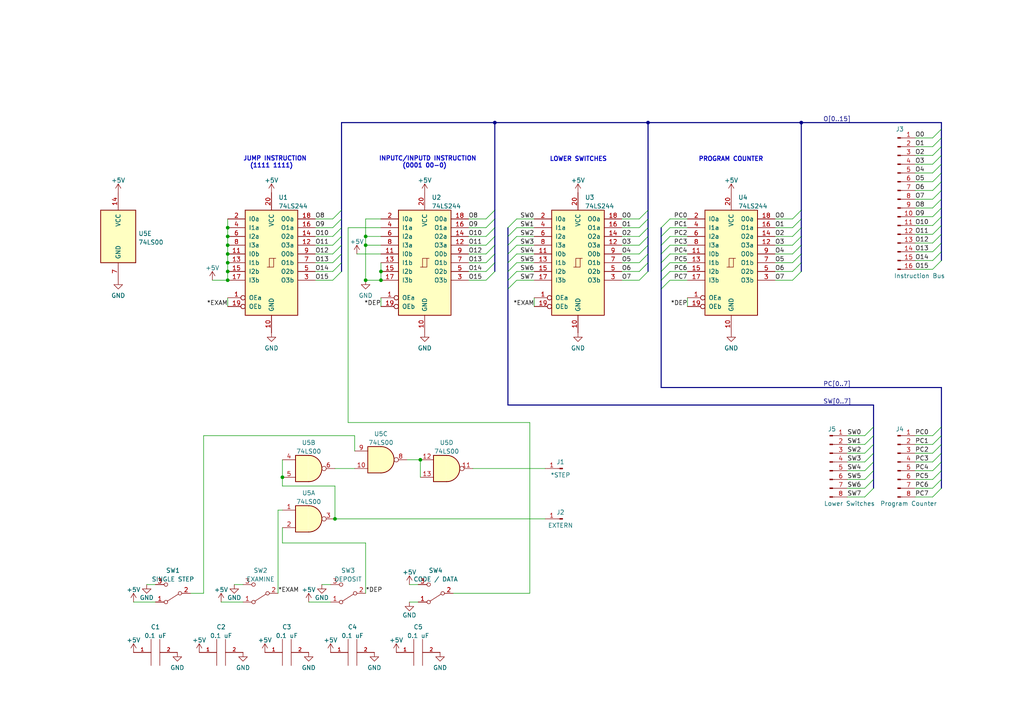
<source format=kicad_sch>
(kicad_sch (version 20211123) (generator eeschema)
  (paper "A4")
  (title_block (title "i281 Debug Interface") (date "2023-10-08") (rev "1") (company "sdmay24-14"))
  (lib_symbols
    (symbol "74xx:74LS00" (pin_names (offset 1.016))
      (property "Reference" "U" (at 0 1.27 0))
      (property "Value" "74LS00" (at 0 -1.27 0))
      (symbol "74LS00_1_1"
        (arc (start 0 -3.81) (mid 3.81 0) (end 0 3.81) (stroke (width 0.254)) (fill (type background)))
        (polyline (pts (xy 0 3.81) (xy -3.81 3.81) (xy -3.81 -3.81) (xy 0 -3.81)) (stroke (width 0.254)) (fill (type background)))
        (pin input line (at -7.62 2.54 0) (length 3.81) (name "~") (number "1"))
        (pin input line (at -7.62 -2.54 0) (length 3.81) (name "~") (number "2"))
        (pin output inverted (at 7.62 0 180) (length 3.81) (name "~") (number "3"))
      )
      (symbol "74LS00_1_2"
        (arc (start -3.81 -3.81) (mid -2.589 0) (end -3.81 3.81) (stroke (width 0.254)))
        (arc (start -0.6096 -3.81) (mid 2.1842 -2.5851) (end 3.81 0) (stroke (width 0.254)) (fill (type background)))
        (polyline (pts (xy -3.81 -3.81) (xy -0.635 -3.81)) (stroke (width 0.254)) (fill (type background)))
        (polyline (pts (xy -3.81 3.81) (xy -0.635 3.81)) (stroke (width 0.254)) (fill (type background)))
        (polyline (pts (xy -0.635 3.81) (xy -3.81 3.81) (xy -3.81 3.81) (xy -3.556 3.4036) (xy -3.0226 2.2606) (xy -2.6924 1.0414) (xy -2.6162 -0.254) (xy -2.7686 -1.4986) (xy -3.175 -2.7178) (xy -3.81 -3.81) (xy -3.81 -3.81) (xy -0.635 -3.81)) (stroke (width -25.4)) (fill (type background)))
        (arc (start 3.81 0) (mid 2.1915 2.5936) (end -0.6096 3.81) (stroke (width 0.254)) (fill (type background)))
        (pin input inverted (at -7.62 2.54 0) (length 4.318) (name "~") (number "1"))
        (pin input inverted (at -7.62 -2.54 0) (length 4.318) (name "~") (number "2"))
        (pin output line (at 7.62 0 180) (length 3.81) (name "~") (number "3"))
      )
      (symbol "74LS00_2_1"
        (arc (start 0 -3.81) (mid 3.81 0) (end 0 3.81) (stroke (width 0.254)) (fill (type background)))
        (polyline (pts (xy 0 3.81) (xy -3.81 3.81) (xy -3.81 -3.81) (xy 0 -3.81)) (stroke (width 0.254)) (fill (type background)))
        (pin input line (at -7.62 2.54 0) (length 3.81) (name "~") (number "4"))
        (pin input line (at -7.62 -2.54 0) (length 3.81) (name "~") (number "5"))
        (pin output inverted (at 7.62 0 180) (length 3.81) (name "~") (number "6"))
      )
      (symbol "74LS00_2_2"
        (arc (start -3.81 -3.81) (mid -2.589 0) (end -3.81 3.81) (stroke (width 0.254)))
        (arc (start -0.6096 -3.81) (mid 2.1842 -2.5851) (end 3.81 0) (stroke (width 0.254)) (fill (type background)))
        (polyline (pts (xy -3.81 -3.81) (xy -0.635 -3.81)) (stroke (width 0.254)) (fill (type background)))
        (polyline (pts (xy -3.81 3.81) (xy -0.635 3.81)) (stroke (width 0.254)) (fill (type background)))
        (polyline (pts (xy -0.635 3.81) (xy -3.81 3.81) (xy -3.81 3.81) (xy -3.556 3.4036) (xy -3.0226 2.2606) (xy -2.6924 1.0414) (xy -2.6162 -0.254) (xy -2.7686 -1.4986) (xy -3.175 -2.7178) (xy -3.81 -3.81) (xy -3.81 -3.81) (xy -0.635 -3.81)) (stroke (width -25.4)) (fill (type background)))
        (arc (start 3.81 0) (mid 2.1915 2.5936) (end -0.6096 3.81) (stroke (width 0.254)) (fill (type background)))
        (pin input inverted (at -7.62 2.54 0) (length 4.318) (name "~") (number "4"))
        (pin input inverted (at -7.62 -2.54 0) (length 4.318) (name "~") (number "5"))
        (pin output line (at 7.62 0 180) (length 3.81) (name "~") (number "6"))
      )
      (symbol "74LS00_3_1"
        (arc (start 0 -3.81) (mid 3.81 0) (end 0 3.81) (stroke (width 0.254)) (fill (type background)))
        (polyline (pts (xy 0 3.81) (xy -3.81 3.81) (xy -3.81 -3.81) (xy 0 -3.81)) (stroke (width 0.254)) (fill (type background)))
        (pin input line (at -7.62 -2.54 0) (length 3.81) (name "~") (number "10"))
        (pin output inverted (at 7.62 0 180) (length 3.81) (name "~") (number "8"))
        (pin input line (at -7.62 2.54 0) (length 3.81) (name "~") (number "9"))
      )
      (symbol "74LS00_3_2"
        (arc (start -3.81 -3.81) (mid -2.589 0) (end -3.81 3.81) (stroke (width 0.254)))
        (arc (start -0.6096 -3.81) (mid 2.1842 -2.5851) (end 3.81 0) (stroke (width 0.254)) (fill (type background)))
        (polyline (pts (xy -3.81 -3.81) (xy -0.635 -3.81)) (stroke (width 0.254)) (fill (type background)))
        (polyline (pts (xy -3.81 3.81) (xy -0.635 3.81)) (stroke (width 0.254)) (fill (type background)))
        (polyline (pts (xy -0.635 3.81) (xy -3.81 3.81) (xy -3.81 3.81) (xy -3.556 3.4036) (xy -3.0226 2.2606) (xy -2.6924 1.0414) (xy -2.6162 -0.254) (xy -2.7686 -1.4986) (xy -3.175 -2.7178) (xy -3.81 -3.81) (xy -3.81 -3.81) (xy -0.635 -3.81)) (stroke (width -25.4)) (fill (type background)))
        (arc (start 3.81 0) (mid 2.1915 2.5936) (end -0.6096 3.81) (stroke (width 0.254)) (fill (type background)))
        (pin input inverted (at -7.62 -2.54 0) (length 4.318) (name "~") (number "10"))
        (pin output line (at 7.62 0 180) (length 3.81) (name "~") (number "8"))
        (pin input inverted (at -7.62 2.54 0) (length 4.318) (name "~") (number "9"))
      )
      (symbol "74LS00_4_1"
        (arc (start 0 -3.81) (mid 3.81 0) (end 0 3.81) (stroke (width 0.254)) (fill (type background)))
        (polyline (pts (xy 0 3.81) (xy -3.81 3.81) (xy -3.81 -3.81) (xy 0 -3.81)) (stroke (width 0.254)) (fill (type background)))
        (pin output inverted (at 7.62 0 180) (length 3.81) (name "~") (number "11"))
        (pin input line (at -7.62 2.54 0) (length 3.81) (name "~") (number "12"))
        (pin input line (at -7.62 -2.54 0) (length 3.81) (name "~") (number "13"))
      )
      (symbol "74LS00_4_2"
        (arc (start -3.81 -3.81) (mid -2.589 0) (end -3.81 3.81) (stroke (width 0.254)))
        (arc (start -0.6096 -3.81) (mid 2.1842 -2.5851) (end 3.81 0) (stroke (width 0.254)) (fill (type background)))
        (polyline (pts (xy -3.81 -3.81) (xy -0.635 -3.81)) (stroke (width 0.254)) (fill (type background)))
        (polyline (pts (xy -3.81 3.81) (xy -0.635 3.81)) (stroke (width 0.254)) (fill (type background)))
        (polyline (pts (xy -0.635 3.81) (xy -3.81 3.81) (xy -3.81 3.81) (xy -3.556 3.4036) (xy -3.0226 2.2606) (xy -2.6924 1.0414) (xy -2.6162 -0.254) (xy -2.7686 -1.4986) (xy -3.175 -2.7178) (xy -3.81 -3.81) (xy -3.81 -3.81) (xy -0.635 -3.81)) (stroke (width -25.4)) (fill (type background)))
        (arc (start 3.81 0) (mid 2.1915 2.5936) (end -0.6096 3.81) (stroke (width 0.254)) (fill (type background)))
        (pin output line (at 7.62 0 180) (length 3.81) (name "~") (number "11"))
        (pin input inverted (at -7.62 2.54 0) (length 4.318) (name "~") (number "12"))
        (pin input inverted (at -7.62 -2.54 0) (length 4.318) (name "~") (number "13"))
      )
      (symbol "74LS00_5_0"
        (pin power_in line (at 0 12.7 270) (length 5.08) (name "VCC") (number "14"))
        (pin power_in line (at 0 -12.7 90) (length 5.08) (name "GND") (number "7"))
      )
      (symbol "74LS00_5_1"
        (rectangle (start -5.08 7.62) (end 5.08 -7.62) (stroke (width 0.254)) (fill (type background)))
      )
    )
    (symbol "74xx:74LS244" (pin_names (offset 1.016))
      (property "Reference" "U" (at -7.62 16.51 0))
      (property "Value" "74LS244" (at -7.62 -16.51 0))
      (symbol "74LS244_1_0"
        (polyline (pts (xy -0.635 -1.27) (xy -0.635 1.27) (xy 0.635 1.27)))
        (polyline (pts (xy -1.27 -1.27) (xy 0.635 -1.27) (xy 0.635 1.27) (xy 1.27 1.27)))
        (pin input inverted (at -12.7 -10.16 0) (length 5.08) (name "OEa") (number "1"))
        (pin power_in line (at 0 -20.32 90) (length 5.08) (name "GND") (number "10"))
        (pin input line (at -12.7 2.54 0) (length 5.08) (name "I0b") (number "11"))
        (pin tri_state line (at 12.7 5.08 180) (length 5.08) (name "O3a") (number "12"))
        (pin input line (at -12.7 0 0) (length 5.08) (name "I1b") (number "13"))
        (pin tri_state line (at 12.7 7.62 180) (length 5.08) (name "O2a") (number "14"))
        (pin input line (at -12.7 -2.54 0) (length 5.08) (name "I2b") (number "15"))
        (pin tri_state line (at 12.7 10.16 180) (length 5.08) (name "O1a") (number "16"))
        (pin input line (at -12.7 -5.08 0) (length 5.08) (name "I3b") (number "17"))
        (pin tri_state line (at 12.7 12.7 180) (length 5.08) (name "O0a") (number "18"))
        (pin input inverted (at -12.7 -12.7 0) (length 5.08) (name "OEb") (number "19"))
        (pin input line (at -12.7 12.7 0) (length 5.08) (name "I0a") (number "2"))
        (pin power_in line (at 0 20.32 270) (length 5.08) (name "VCC") (number "20"))
        (pin tri_state line (at 12.7 -5.08 180) (length 5.08) (name "O3b") (number "3"))
        (pin input line (at -12.7 10.16 0) (length 5.08) (name "I1a") (number "4"))
        (pin tri_state line (at 12.7 -2.54 180) (length 5.08) (name "O2b") (number "5"))
        (pin input line (at -12.7 7.62 0) (length 5.08) (name "I2a") (number "6"))
        (pin tri_state line (at 12.7 0 180) (length 5.08) (name "O1b") (number "7"))
        (pin input line (at -12.7 5.08 0) (length 5.08) (name "I3a") (number "8"))
        (pin tri_state line (at 12.7 2.54 180) (length 5.08) (name "O0b") (number "9"))
      )
      (symbol "74LS244_1_1"
        (rectangle (start -7.62 15.24) (end 7.62 -15.24) (stroke (width 0.254)) (fill (type background)))
      )
    )
    (symbol "Connector:Conn_01x01_Male" (pin_names (offset 1.016) hide)
      (property "Reference" "J" (at 0 2.54 0))
      (property "Value" "Conn_01x01_Male" (at 0 -2.54 0))
      (symbol "Conn_01x01_Male_1_1"
        (polyline (pts (xy 1.27 0) (xy 0.8636 0)) (stroke (width 0.1524)))
        (rectangle (start 0.8636 0.127) (end 0 -0.127) (stroke (width 0.1524)) (fill (type outline)))
        (pin passive line (at 5.08 0 180) (length 3.81) (name "Pin_1") (number "1"))
      )
    )
    (symbol "Connector:Conn_01x08_Male" (pin_names (offset 1.016) hide)
      (property "Reference" "J" (at 0 10.16 0))
      (property "Value" "Conn_01x08_Male" (at 0 -12.7 0))
      (symbol "Conn_01x08_Male_1_1"
        (polyline (pts (xy 1.27 -10.16) (xy 0.8636 -10.16)) (stroke (width 0.1524)))
        (polyline (pts (xy 1.27 -7.62) (xy 0.8636 -7.62)) (stroke (width 0.1524)))
        (polyline (pts (xy 1.27 -5.08) (xy 0.8636 -5.08)) (stroke (width 0.1524)))
        (polyline (pts (xy 1.27 -2.54) (xy 0.8636 -2.54)) (stroke (width 0.1524)))
        (polyline (pts (xy 1.27 0) (xy 0.8636 0)) (stroke (width 0.1524)))
        (polyline (pts (xy 1.27 2.54) (xy 0.8636 2.54)) (stroke (width 0.1524)))
        (polyline (pts (xy 1.27 5.08) (xy 0.8636 5.08)) (stroke (width 0.1524)))
        (polyline (pts (xy 1.27 7.62) (xy 0.8636 7.62)) (stroke (width 0.1524)))
        (rectangle (start 0.8636 -10.033) (end 0 -10.287) (stroke (width 0.1524)) (fill (type outline)))
        (rectangle (start 0.8636 -7.493) (end 0 -7.747) (stroke (width 0.1524)) (fill (type outline)))
        (rectangle (start 0.8636 -4.953) (end 0 -5.207) (stroke (width 0.1524)) (fill (type outline)))
        (rectangle (start 0.8636 -2.413) (end 0 -2.667) (stroke (width 0.1524)) (fill (type outline)))
        (rectangle (start 0.8636 0.127) (end 0 -0.127) (stroke (width 0.1524)) (fill (type outline)))
        (rectangle (start 0.8636 2.667) (end 0 2.413) (stroke (width 0.1524)) (fill (type outline)))
        (rectangle (start 0.8636 5.207) (end 0 4.953) (stroke (width 0.1524)) (fill (type outline)))
        (rectangle (start 0.8636 7.747) (end 0 7.493) (stroke (width 0.1524)) (fill (type outline)))
        (pin passive line (at 5.08 7.62 180) (length 3.81) (name "Pin_1") (number "1"))
        (pin passive line (at 5.08 5.08 180) (length 3.81) (name "Pin_2") (number "2"))
        (pin passive line (at 5.08 2.54 180) (length 3.81) (name "Pin_3") (number "3"))
        (pin passive line (at 5.08 0 180) (length 3.81) (name "Pin_4") (number "4"))
        (pin passive line (at 5.08 -2.54 180) (length 3.81) (name "Pin_5") (number "5"))
        (pin passive line (at 5.08 -5.08 180) (length 3.81) (name "Pin_6") (number "6"))
        (pin passive line (at 5.08 -7.62 180) (length 3.81) (name "Pin_7") (number "7"))
        (pin passive line (at 5.08 -10.16 180) (length 3.81) (name "Pin_8") (number "8"))
      )
    )
    (symbol "Connector:Conn_01x16_Male" (pin_names (offset 1.016) hide)
      (property "Reference" "J" (at 0 20.32 0))
      (property "Value" "Conn_01x16_Male" (at 0 -22.86 0))
      (symbol "Conn_01x16_Male_1_1"
        (polyline (pts (xy 1.27 -20.32) (xy 0.8636 -20.32)) (stroke (width 0.1524)))
        (polyline (pts (xy 1.27 -17.78) (xy 0.8636 -17.78)) (stroke (width 0.1524)))
        (polyline (pts (xy 1.27 -15.24) (xy 0.8636 -15.24)) (stroke (width 0.1524)))
        (polyline (pts (xy 1.27 -12.7) (xy 0.8636 -12.7)) (stroke (width 0.1524)))
        (polyline (pts (xy 1.27 -10.16) (xy 0.8636 -10.16)) (stroke (width 0.1524)))
        (polyline (pts (xy 1.27 -7.62) (xy 0.8636 -7.62)) (stroke (width 0.1524)))
        (polyline (pts (xy 1.27 -5.08) (xy 0.8636 -5.08)) (stroke (width 0.1524)))
        (polyline (pts (xy 1.27 -2.54) (xy 0.8636 -2.54)) (stroke (width 0.1524)))
        (polyline (pts (xy 1.27 0) (xy 0.8636 0)) (stroke (width 0.1524)))
        (polyline (pts (xy 1.27 2.54) (xy 0.8636 2.54)) (stroke (width 0.1524)))
        (polyline (pts (xy 1.27 5.08) (xy 0.8636 5.08)) (stroke (width 0.1524)))
        (polyline (pts (xy 1.27 7.62) (xy 0.8636 7.62)) (stroke (width 0.1524)))
        (polyline (pts (xy 1.27 10.16) (xy 0.8636 10.16)) (stroke (width 0.1524)))
        (polyline (pts (xy 1.27 12.7) (xy 0.8636 12.7)) (stroke (width 0.1524)))
        (polyline (pts (xy 1.27 15.24) (xy 0.8636 15.24)) (stroke (width 0.1524)))
        (polyline (pts (xy 1.27 17.78) (xy 0.8636 17.78)) (stroke (width 0.1524)))
        (rectangle (start 0.8636 -20.193) (end 0 -20.447) (stroke (width 0.1524)) (fill (type outline)))
        (rectangle (start 0.8636 -17.653) (end 0 -17.907) (stroke (width 0.1524)) (fill (type outline)))
        (rectangle (start 0.8636 -15.113) (end 0 -15.367) (stroke (width 0.1524)) (fill (type outline)))
        (rectangle (start 0.8636 -12.573) (end 0 -12.827) (stroke (width 0.1524)) (fill (type outline)))
        (rectangle (start 0.8636 -10.033) (end 0 -10.287) (stroke (width 0.1524)) (fill (type outline)))
        (rectangle (start 0.8636 -7.493) (end 0 -7.747) (stroke (width 0.1524)) (fill (type outline)))
        (rectangle (start 0.8636 -4.953) (end 0 -5.207) (stroke (width 0.1524)) (fill (type outline)))
        (rectangle (start 0.8636 -2.413) (end 0 -2.667) (stroke (width 0.1524)) (fill (type outline)))
        (rectangle (start 0.8636 0.127) (end 0 -0.127) (stroke (width 0.1524)) (fill (type outline)))
        (rectangle (start 0.8636 2.667) (end 0 2.413) (stroke (width 0.1524)) (fill (type outline)))
        (rectangle (start 0.8636 5.207) (end 0 4.953) (stroke (width 0.1524)) (fill (type outline)))
        (rectangle (start 0.8636 7.747) (end 0 7.493) (stroke (width 0.1524)) (fill (type outline)))
        (rectangle (start 0.8636 10.287) (end 0 10.033) (stroke (width 0.1524)) (fill (type outline)))
        (rectangle (start 0.8636 12.827) (end 0 12.573) (stroke (width 0.1524)) (fill (type outline)))
        (rectangle (start 0.8636 15.367) (end 0 15.113) (stroke (width 0.1524)) (fill (type outline)))
        (rectangle (start 0.8636 17.907) (end 0 17.653) (stroke (width 0.1524)) (fill (type outline)))
        (pin passive line (at 5.08 17.78 180) (length 3.81) (name "Pin_1") (number "1"))
        (pin passive line (at 5.08 -5.08 180) (length 3.81) (name "Pin_10") (number "10"))
        (pin passive line (at 5.08 -7.62 180) (length 3.81) (name "Pin_11") (number "11"))
        (pin passive line (at 5.08 -10.16 180) (length 3.81) (name "Pin_12") (number "12"))
        (pin passive line (at 5.08 -12.7 180) (length 3.81) (name "Pin_13") (number "13"))
        (pin passive line (at 5.08 -15.24 180) (length 3.81) (name "Pin_14") (number "14"))
        (pin passive line (at 5.08 -17.78 180) (length 3.81) (name "Pin_15") (number "15"))
        (pin passive line (at 5.08 -20.32 180) (length 3.81) (name "Pin_16") (number "16"))
        (pin passive line (at 5.08 15.24 180) (length 3.81) (name "Pin_2") (number "2"))
        (pin passive line (at 5.08 12.7 180) (length 3.81) (name "Pin_3") (number "3"))
        (pin passive line (at 5.08 10.16 180) (length 3.81) (name "Pin_4") (number "4"))
        (pin passive line (at 5.08 7.62 180) (length 3.81) (name "Pin_5") (number "5"))
        (pin passive line (at 5.08 5.08 180) (length 3.81) (name "Pin_6") (number "6"))
        (pin passive line (at 5.08 2.54 180) (length 3.81) (name "Pin_7") (number "7"))
        (pin passive line (at 5.08 0 180) (length 3.81) (name "Pin_8") (number "8"))
        (pin passive line (at 5.08 -2.54 180) (length 3.81) (name "Pin_9") (number "9"))
      )
    )
    (symbol "Switch:SW_SPDT" (pin_names (offset 0) hide)
      (property "Reference" "SW" (at 0 4.318 0))
      (property "Value" "SW_SPDT" (at 0 -5.08 0))
      (symbol "SW_SPDT_0_0"
        (circle (center -2.032 0) (radius 0.508))
        (circle (center 2.032 -2.54) (radius 0.508))
      )
      (symbol "SW_SPDT_0_1"
        (polyline (pts (xy -1.524 0.254) (xy 1.651 2.286)))
        (circle (center 2.032 2.54) (radius 0.508))
      )
      (symbol "SW_SPDT_1_1"
        (pin passive line (at 5.08 2.54 180) (length 2.54) (name "A") (number "1"))
        (pin passive line (at -5.08 0 0) (length 2.54) (name "B") (number "2"))
        (pin passive line (at 5.08 -2.54 180) (length 2.54) (name "C") (number "3"))
      )
    )
    (symbol "power:+5V" (power) (pin_names (offset 0))
      (property "Value" "+5V" (at 0 3.556 0))
      (symbol "+5V_0_1"
        (polyline (pts (xy -0.762 1.27) (xy 0 2.54)))
        (polyline (pts (xy 0 0) (xy 0 2.54)))
        (polyline (pts (xy 0 2.54) (xy 0.762 1.27)))
      )
      (symbol "+5V_1_1"
        (pin power_in line (at 0 0 90) (length 0) hide (name "+5V") (number "1"))
      )
    )
    (symbol "power:GND" (power) (pin_names (offset 0))
      (property "Value" "GND" (at 0 -3.81 0))
      (symbol "GND_0_1"
        (polyline (pts (xy 0 0) (xy 0 -1.27) (xy 1.27 -1.27) (xy 0 -2.54) (xy -1.27 -1.27) (xy 0 -1.27)))
      )
      (symbol "GND_1_1"
        (pin power_in line (at 0 0 270) (length 0) hide (name "GND") (number "1"))
      )
    )
    (symbol "pspice:C" (pin_names (offset 0.254))
      (property "Reference" "C" (at 2.54 3.81 90))
      (property "Value" "C" (at 2.54 -3.81 90))
      (symbol "C_0_1"
        (polyline (pts (xy -3.81 -1.27) (xy 3.81 -1.27)))
        (polyline (pts (xy -3.81 1.27) (xy 3.81 1.27)))
      )
      (symbol "C_1_1"
        (pin passive line (at 0 6.35 270) (length 5.08) (name "~") (number "1"))
        (pin passive line (at 0 -6.35 90) (length 5.08) (name "~") (number "2"))
      )
    )
  )
  (junction (at 66.04 76.2))
  (junction (at 66.04 73.66))
  (junction (at 106.045 81.28))
  (junction (at 110.49 81.28))
  (junction (at 232.41 35.56))
  (junction (at 66.04 78.74))
  (junction (at 66.04 66.04))
  (junction (at 143.51 35.56))
  (junction (at 66.04 68.58))
  (junction (at 187.96 35.56))
  (junction (at 121.92 133.35))
  (junction (at 66.04 71.12))
  (junction (at 106.045 71.12))
  (junction (at 66.04 81.28))
  (junction (at 97.155 150.495))
  (junction (at 110.49 78.74))
  (junction (at 106.045 68.58))
  (junction (at 81.915 138.43))
  (bus_entry (at 273.05 141.605) (size -2.54 2.54))
  (bus_entry (at 273.05 57.785) (size -2.54 2.54))
  (bus_entry (at 273.05 128.905) (size -2.54 2.54))
  (bus_entry (at 253.365 139.065) (size -2.54 2.54))
  (bus_entry (at 99.06 66.04) (size -2.54 2.54))
  (bus_entry (at 232.41 73.66) (size -2.54 2.54))
  (bus_entry (at 273.05 73.025) (size -2.54 2.54))
  (bus_entry (at 147.32 81.28) (size 2.54 -2.54))
  (bus_entry (at 143.51 71.12) (size -2.54 2.54))
  (bus_entry (at 99.06 73.66) (size -2.54 2.54))
  (bus_entry (at 187.96 66.04) (size -2.54 2.54))
  (bus_entry (at 191.77 66.04) (size 2.54 -2.54))
  (bus_entry (at 232.41 63.5) (size -2.54 2.54))
  (bus_entry (at 187.96 76.2) (size -2.54 2.54))
  (bus_entry (at 253.365 136.525) (size -2.54 2.54))
  (bus_entry (at 273.05 47.625) (size -2.54 2.54))
  (bus_entry (at 232.41 68.58) (size -2.54 2.54))
  (bus_entry (at 273.05 123.825) (size -2.54 2.54))
  (bus_entry (at 187.96 63.5) (size -2.54 2.54))
  (bus_entry (at 143.51 63.5) (size -2.54 2.54))
  (bus_entry (at 191.77 81.28) (size 2.54 -2.54))
  (bus_entry (at 253.365 141.605) (size -2.54 2.54))
  (bus_entry (at 253.365 131.445) (size -2.54 2.54))
  (bus_entry (at 99.06 68.58) (size -2.54 2.54))
  (bus_entry (at 253.365 128.905) (size -2.54 2.54))
  (bus_entry (at 147.32 76.2) (size 2.54 -2.54))
  (bus_entry (at 143.51 76.2) (size -2.54 2.54))
  (bus_entry (at 273.05 133.985) (size -2.54 2.54))
  (bus_entry (at 273.05 70.485) (size -2.54 2.54))
  (bus_entry (at 273.05 131.445) (size -2.54 2.54))
  (bus_entry (at 253.365 123.825) (size -2.54 2.54))
  (bus_entry (at 273.05 65.405) (size -2.54 2.54))
  (bus_entry (at 187.96 71.12) (size -2.54 2.54))
  (bus_entry (at 191.77 68.58) (size 2.54 -2.54))
  (bus_entry (at 273.05 75.565) (size -2.54 2.54))
  (bus_entry (at 99.06 76.2) (size -2.54 2.54))
  (bus_entry (at 147.32 66.04) (size 2.54 -2.54))
  (bus_entry (at 191.77 78.74) (size 2.54 -2.54))
  (bus_entry (at 273.05 50.165) (size -2.54 2.54))
  (bus_entry (at 143.51 66.04) (size -2.54 2.54))
  (bus_entry (at 147.32 78.74) (size 2.54 -2.54))
  (bus_entry (at 253.365 126.365) (size -2.54 2.54))
  (bus_entry (at 273.05 139.065) (size -2.54 2.54))
  (bus_entry (at 187.96 68.58) (size -2.54 2.54))
  (bus_entry (at 273.05 126.365) (size -2.54 2.54))
  (bus_entry (at 191.77 76.2) (size 2.54 -2.54))
  (bus_entry (at 187.96 78.74) (size -2.54 2.54))
  (bus_entry (at 232.41 71.12) (size -2.54 2.54))
  (bus_entry (at 147.32 83.82) (size 2.54 -2.54))
  (bus_entry (at 187.96 73.66) (size -2.54 2.54))
  (bus_entry (at 273.05 42.545) (size -2.54 2.54))
  (bus_entry (at 273.05 40.005) (size -2.54 2.54))
  (bus_entry (at 191.77 73.66) (size 2.54 -2.54))
  (bus_entry (at 147.32 71.12) (size 2.54 -2.54))
  (bus_entry (at 273.05 60.325) (size -2.54 2.54))
  (bus_entry (at 273.05 37.465) (size -2.54 2.54))
  (bus_entry (at 99.06 71.12) (size -2.54 2.54))
  (bus_entry (at 143.51 68.58) (size -2.54 2.54))
  (bus_entry (at 143.51 73.66) (size -2.54 2.54))
  (bus_entry (at 99.06 60.96) (size -2.54 2.54))
  (bus_entry (at 147.32 68.58) (size 2.54 -2.54))
  (bus_entry (at 273.05 67.945) (size -2.54 2.54))
  (bus_entry (at 99.06 78.74) (size -2.54 2.54))
  (bus_entry (at 232.41 76.2) (size -2.54 2.54))
  (bus_entry (at 273.05 55.245) (size -2.54 2.54))
  (bus_entry (at 147.32 73.66) (size 2.54 -2.54))
  (bus_entry (at 187.96 60.96) (size -2.54 2.54))
  (bus_entry (at 143.51 78.74) (size -2.54 2.54))
  (bus_entry (at 273.05 52.705) (size -2.54 2.54))
  (bus_entry (at 232.41 78.74) (size -2.54 2.54))
  (bus_entry (at 232.41 66.04) (size -2.54 2.54))
  (bus_entry (at 99.06 63.5) (size -2.54 2.54))
  (bus_entry (at 143.51 60.96) (size -2.54 2.54))
  (bus_entry (at 273.05 62.865) (size -2.54 2.54))
  (bus_entry (at 253.365 133.985) (size -2.54 2.54))
  (bus_entry (at 273.05 136.525) (size -2.54 2.54))
  (bus_entry (at 232.41 60.96) (size -2.54 2.54))
  (bus_entry (at 191.77 83.82) (size 2.54 -2.54))
  (bus_entry (at 191.77 71.12) (size 2.54 -2.54))
  (bus_entry (at 273.05 45.085) (size -2.54 2.54))
  (wire (pts (xy 106.045 63.5) (xy 106.045 68.58)))
  (bus (pts (xy 99.06 60.96) (xy 99.06 35.56)))
  (bus (pts (xy 191.77 71.12) (xy 191.77 73.66)))
  (wire (pts (xy 121.92 133.35) (xy 121.92 138.43)))
  (bus (pts (xy 253.365 123.825) (xy 253.365 126.365)))
  (bus (pts (xy 273.05 37.465) (xy 273.05 40.005)))
  (wire (pts (xy 64.135 174.625) (xy 70.485 174.625)))
  (bus (pts (xy 99.06 76.2) (xy 99.06 73.66)))
  (wire (pts (xy 81.915 157.48) (xy 81.915 153.035)))
  (wire (pts (xy 180.34 68.58) (xy 185.42 68.58)))
  (bus (pts (xy 147.32 81.28) (xy 147.32 83.82)))
  (wire (pts (xy 265.43 40.005) (xy 270.51 40.005)))
  (wire (pts (xy 224.79 68.58) (xy 229.87 68.58)))
  (bus (pts (xy 232.41 63.5) (xy 232.41 66.04)))
  (bus (pts (xy 191.77 73.66) (xy 191.77 76.2)))
  (wire (pts (xy 91.44 73.66) (xy 96.52 73.66)))
  (wire (pts (xy 93.345 169.545) (xy 95.885 169.545)))
  (bus (pts (xy 273.05 57.785) (xy 273.05 60.325)))
  (wire (pts (xy 149.86 71.12) (xy 154.94 71.12)))
  (wire (pts (xy 106.045 172.085) (xy 106.045 157.48)))
  (wire (pts (xy 67.945 169.545) (xy 70.485 169.545)))
  (wire (pts (xy 135.89 76.2) (xy 140.97 76.2)))
  (wire (pts (xy 91.44 63.5) (xy 96.52 63.5)))
  (wire (pts (xy 118.745 169.545) (xy 121.285 169.545)))
  (bus (pts (xy 232.41 35.56) (xy 273.05 35.56)))
  (bus (pts (xy 253.365 133.985) (xy 253.365 136.525)))
  (wire (pts (xy 106.045 71.12) (xy 106.045 81.28)))
  (bus (pts (xy 187.96 60.96) (xy 187.96 63.5)))
  (bus (pts (xy 191.77 81.28) (xy 191.77 83.82)))
  (wire (pts (xy 59.055 172.085) (xy 59.055 126.365)))
  (wire (pts (xy 66.04 73.66) (xy 66.04 76.2)))
  (wire (pts (xy 180.34 63.5) (xy 185.42 63.5)))
  (wire (pts (xy 89.535 174.625) (xy 95.885 174.625)))
  (wire (pts (xy 245.745 133.985) (xy 250.825 133.985)))
  (wire (pts (xy 245.745 131.445) (xy 250.825 131.445)))
  (wire (pts (xy 91.44 71.12) (xy 96.52 71.12)))
  (wire (pts (xy 194.31 76.2) (xy 199.39 76.2)))
  (bus (pts (xy 232.41 68.58) (xy 232.41 71.12)))
  (wire (pts (xy 265.43 78.105) (xy 270.51 78.105)))
  (bus (pts (xy 273.05 128.905) (xy 273.05 131.445)))
  (bus (pts (xy 253.365 131.445) (xy 253.365 133.985)))
  (bus (pts (xy 191.77 112.395) (xy 273.05 112.395)))
  (wire (pts (xy 81.915 133.35) (xy 81.915 138.43)))
  (bus (pts (xy 253.365 128.905) (xy 253.365 131.445)))
  (wire (pts (xy 154.94 86.36) (xy 154.94 88.9)))
  (wire (pts (xy 91.44 81.28) (xy 96.52 81.28)))
  (wire (pts (xy 61.595 81.28) (xy 66.04 81.28)))
  (bus (pts (xy 99.06 63.5) (xy 99.06 60.96)))
  (bus (pts (xy 273.05 55.245) (xy 273.05 57.785)))
  (wire (pts (xy 265.43 65.405) (xy 270.51 65.405)))
  (bus (pts (xy 143.51 78.74) (xy 143.51 76.2)))
  (bus (pts (xy 253.365 139.065) (xy 253.365 141.605)))
  (wire (pts (xy 106.045 68.58) (xy 106.045 71.12)))
  (wire (pts (xy 153.67 172.085) (xy 153.67 122.555)))
  (wire (pts (xy 245.745 144.145) (xy 250.825 144.145)))
  (wire (pts (xy 149.86 63.5) (xy 154.94 63.5)))
  (wire (pts (xy 110.49 86.36) (xy 110.49 88.9)))
  (wire (pts (xy 265.43 75.565) (xy 270.51 75.565)))
  (bus (pts (xy 191.77 83.82) (xy 191.77 112.395)))
  (wire (pts (xy 135.89 81.28) (xy 140.97 81.28)))
  (wire (pts (xy 265.43 141.605) (xy 270.51 141.605)))
  (bus (pts (xy 187.96 68.58) (xy 187.96 71.12)))
  (wire (pts (xy 110.49 66.04) (xy 100.965 66.04)))
  (wire (pts (xy 66.04 78.74) (xy 66.04 81.28)))
  (bus (pts (xy 273.05 40.005) (xy 273.05 42.545)))
  (bus (pts (xy 143.51 76.2) (xy 143.51 73.66)))
  (wire (pts (xy 137.16 135.89) (xy 158.115 135.89)))
  (bus (pts (xy 273.05 62.865) (xy 273.05 65.405)))
  (bus (pts (xy 273.05 65.405) (xy 273.05 67.945)))
  (bus (pts (xy 99.06 71.12) (xy 99.06 68.58)))
  (wire (pts (xy 194.31 63.5) (xy 199.39 63.5)))
  (wire (pts (xy 110.49 76.2) (xy 110.49 78.74)))
  (bus (pts (xy 187.96 35.56) (xy 187.96 60.96)))
  (bus (pts (xy 187.96 66.04) (xy 187.96 68.58)))
  (wire (pts (xy 265.43 139.065) (xy 270.51 139.065)))
  (bus (pts (xy 273.05 131.445) (xy 273.05 133.985)))
  (wire (pts (xy 245.745 139.065) (xy 250.825 139.065)))
  (bus (pts (xy 147.32 76.2) (xy 147.32 78.74)))
  (wire (pts (xy 180.34 76.2) (xy 185.42 76.2)))
  (wire (pts (xy 66.04 86.36) (xy 66.04 88.9)))
  (wire (pts (xy 100.965 66.04) (xy 100.965 122.555)))
  (bus (pts (xy 232.41 76.2) (xy 232.41 78.74)))
  (bus (pts (xy 147.32 73.66) (xy 147.32 76.2)))
  (wire (pts (xy 194.31 78.74) (xy 199.39 78.74)))
  (wire (pts (xy 66.04 71.12) (xy 66.04 73.66)))
  (bus (pts (xy 253.365 136.525) (xy 253.365 139.065)))
  (bus (pts (xy 187.96 71.12) (xy 187.96 73.66)))
  (wire (pts (xy 224.79 63.5) (xy 229.87 63.5)))
  (bus (pts (xy 99.06 73.66) (xy 99.06 71.12)))
  (bus (pts (xy 99.06 35.56) (xy 143.51 35.56)))
  (wire (pts (xy 265.43 131.445) (xy 270.51 131.445)))
  (bus (pts (xy 187.96 35.56) (xy 232.41 35.56)))
  (wire (pts (xy 265.43 50.165) (xy 270.51 50.165)))
  (wire (pts (xy 180.34 78.74) (xy 185.42 78.74)))
  (wire (pts (xy 42.545 169.545) (xy 45.085 169.545)))
  (wire (pts (xy 118.745 174.625) (xy 121.285 174.625)))
  (wire (pts (xy 265.43 62.865) (xy 270.51 62.865)))
  (bus (pts (xy 191.77 78.74) (xy 191.77 81.28)))
  (wire (pts (xy 194.31 68.58) (xy 199.39 68.58)))
  (wire (pts (xy 245.745 141.605) (xy 250.825 141.605)))
  (bus (pts (xy 273.05 133.985) (xy 273.05 136.525)))
  (wire (pts (xy 224.79 76.2) (xy 229.87 76.2)))
  (bus (pts (xy 273.05 52.705) (xy 273.05 55.245)))
  (wire (pts (xy 38.735 174.625) (xy 45.085 174.625)))
  (wire (pts (xy 59.055 126.365) (xy 102.87 126.365)))
  (bus (pts (xy 99.06 78.74) (xy 99.06 76.2)))
  (bus (pts (xy 187.96 73.66) (xy 187.96 76.2)))
  (wire (pts (xy 265.43 45.085) (xy 270.51 45.085)))
  (bus (pts (xy 273.05 35.56) (xy 273.05 37.465)))
  (wire (pts (xy 224.79 73.66) (xy 229.87 73.66)))
  (bus (pts (xy 143.51 68.58) (xy 143.51 66.04)))
  (wire (pts (xy 135.89 71.12) (xy 140.97 71.12)))
  (bus (pts (xy 143.51 35.56) (xy 143.51 60.96)))
  (bus (pts (xy 273.05 123.825) (xy 273.05 126.365)))
  (wire (pts (xy 265.43 67.945) (xy 270.51 67.945)))
  (wire (pts (xy 194.31 73.66) (xy 199.39 73.66)))
  (bus (pts (xy 187.96 63.5) (xy 187.96 66.04)))
  (wire (pts (xy 97.155 135.89) (xy 102.87 135.89)))
  (bus (pts (xy 273.05 112.395) (xy 273.05 123.825)))
  (wire (pts (xy 118.11 133.35) (xy 121.92 133.35)))
  (wire (pts (xy 265.43 133.985) (xy 270.51 133.985)))
  (bus (pts (xy 273.05 47.625) (xy 273.05 50.165)))
  (bus (pts (xy 147.32 71.12) (xy 147.32 73.66)))
  (wire (pts (xy 135.89 63.5) (xy 140.97 63.5)))
  (bus (pts (xy 147.32 117.475) (xy 253.365 117.475)))
  (wire (pts (xy 91.44 76.2) (xy 96.52 76.2)))
  (bus (pts (xy 147.32 68.58) (xy 147.32 71.12)))
  (wire (pts (xy 91.44 68.58) (xy 96.52 68.58)))
  (wire (pts (xy 180.34 71.12) (xy 185.42 71.12)))
  (wire (pts (xy 80.645 172.085) (xy 80.645 147.955)))
  (bus (pts (xy 191.77 68.58) (xy 191.77 71.12)))
  (bus (pts (xy 232.41 66.04) (xy 232.41 68.58)))
  (wire (pts (xy 194.31 81.28) (xy 199.39 81.28)))
  (wire (pts (xy 55.245 172.085) (xy 59.055 172.085)))
  (wire (pts (xy 106.045 68.58) (xy 110.49 68.58)))
  (wire (pts (xy 149.86 81.28) (xy 154.94 81.28)))
  (wire (pts (xy 265.43 57.785) (xy 270.51 57.785)))
  (wire (pts (xy 245.745 126.365) (xy 250.825 126.365)))
  (wire (pts (xy 91.44 78.74) (xy 96.52 78.74)))
  (bus (pts (xy 187.96 76.2) (xy 187.96 78.74)))
  (wire (pts (xy 66.04 76.2) (xy 66.04 78.74)))
  (wire (pts (xy 224.79 81.28) (xy 229.87 81.28)))
  (bus (pts (xy 273.05 50.165) (xy 273.05 52.705)))
  (bus (pts (xy 253.365 117.475) (xy 253.365 123.825)))
  (wire (pts (xy 153.67 122.555) (xy 100.965 122.555)))
  (wire (pts (xy 265.43 70.485) (xy 270.51 70.485)))
  (wire (pts (xy 149.86 76.2) (xy 154.94 76.2)))
  (wire (pts (xy 180.34 81.28) (xy 185.42 81.28)))
  (bus (pts (xy 232.41 60.96) (xy 232.41 63.5)))
  (wire (pts (xy 265.43 144.145) (xy 270.51 144.145)))
  (wire (pts (xy 81.915 140.97) (xy 97.155 140.97)))
  (wire (pts (xy 135.89 78.74) (xy 140.97 78.74)))
  (wire (pts (xy 194.31 71.12) (xy 199.39 71.12)))
  (bus (pts (xy 232.41 73.66) (xy 232.41 76.2)))
  (wire (pts (xy 110.49 63.5) (xy 106.045 63.5)))
  (wire (pts (xy 131.445 172.085) (xy 153.67 172.085)))
  (bus (pts (xy 232.41 35.56) (xy 232.41 60.96)))
  (wire (pts (xy 106.045 71.12) (xy 110.49 71.12)))
  (wire (pts (xy 135.89 68.58) (xy 140.97 68.58)))
  (wire (pts (xy 66.04 66.04) (xy 66.04 68.58)))
  (wire (pts (xy 245.745 136.525) (xy 250.825 136.525)))
  (bus (pts (xy 99.06 68.58) (xy 99.06 66.04)))
  (wire (pts (xy 265.43 52.705) (xy 270.51 52.705)))
  (wire (pts (xy 80.645 147.955) (xy 81.915 147.955)))
  (bus (pts (xy 143.51 63.5) (xy 143.51 60.96)))
  (bus (pts (xy 273.05 126.365) (xy 273.05 128.905)))
  (bus (pts (xy 147.32 78.74) (xy 147.32 81.28)))
  (bus (pts (xy 273.05 42.545) (xy 273.05 45.085)))
  (wire (pts (xy 81.915 138.43) (xy 81.915 140.97)))
  (wire (pts (xy 106.045 157.48) (xy 81.915 157.48)))
  (wire (pts (xy 110.49 78.74) (xy 110.49 81.28)))
  (bus (pts (xy 99.06 66.04) (xy 99.06 63.5)))
  (wire (pts (xy 103.505 73.66) (xy 110.49 73.66)))
  (bus (pts (xy 147.32 83.82) (xy 147.32 117.475)))
  (bus (pts (xy 273.05 60.325) (xy 273.05 62.865)))
  (wire (pts (xy 102.87 126.365) (xy 102.87 130.81)))
  (wire (pts (xy 265.43 55.245) (xy 270.51 55.245)))
  (wire (pts (xy 149.86 73.66) (xy 154.94 73.66)))
  (wire (pts (xy 149.86 78.74) (xy 154.94 78.74)))
  (wire (pts (xy 180.34 66.04) (xy 185.42 66.04)))
  (wire (pts (xy 97.155 150.495) (xy 158.115 150.495)))
  (wire (pts (xy 149.86 68.58) (xy 154.94 68.58)))
  (wire (pts (xy 265.43 47.625) (xy 270.51 47.625)))
  (wire (pts (xy 66.04 63.5) (xy 66.04 66.04)))
  (wire (pts (xy 265.43 60.325) (xy 270.51 60.325)))
  (wire (pts (xy 97.155 140.97) (xy 97.155 150.495)))
  (bus (pts (xy 147.32 66.04) (xy 147.32 68.58)))
  (bus (pts (xy 273.05 73.025) (xy 273.05 75.565)))
  (wire (pts (xy 135.89 73.66) (xy 140.97 73.66)))
  (bus (pts (xy 273.05 67.945) (xy 273.05 70.485)))
  (bus (pts (xy 273.05 45.085) (xy 273.05 47.625)))
  (wire (pts (xy 149.86 66.04) (xy 154.94 66.04)))
  (bus (pts (xy 143.51 71.12) (xy 143.51 68.58)))
  (bus (pts (xy 232.41 71.12) (xy 232.41 73.66)))
  (bus (pts (xy 253.365 126.365) (xy 253.365 128.905)))
  (wire (pts (xy 91.44 66.04) (xy 96.52 66.04)))
  (wire (pts (xy 265.43 136.525) (xy 270.51 136.525)))
  (wire (pts (xy 265.43 42.545) (xy 270.51 42.545)))
  (wire (pts (xy 106.045 81.28) (xy 110.49 81.28)))
  (wire (pts (xy 245.745 128.905) (xy 250.825 128.905)))
  (bus (pts (xy 143.51 35.56) (xy 187.96 35.56)))
  (wire (pts (xy 224.79 71.12) (xy 229.87 71.12)))
  (wire (pts (xy 265.43 126.365) (xy 270.51 126.365)))
  (bus (pts (xy 191.77 66.04) (xy 191.77 68.58)))
  (wire (pts (xy 194.31 66.04) (xy 199.39 66.04)))
  (wire (pts (xy 180.34 73.66) (xy 185.42 73.66)))
  (bus (pts (xy 143.51 66.04) (xy 143.51 63.5)))
  (bus (pts (xy 273.05 136.525) (xy 273.05 139.065)))
  (bus (pts (xy 273.05 70.485) (xy 273.05 73.025)))
  (wire (pts (xy 135.89 66.04) (xy 140.97 66.04)))
  (wire (pts (xy 265.43 73.025) (xy 270.51 73.025)))
  (wire (pts (xy 199.39 86.36) (xy 199.39 88.9)))
  (wire (pts (xy 224.79 66.04) (xy 229.87 66.04)))
  (bus (pts (xy 191.77 76.2) (xy 191.77 78.74)))
  (bus (pts (xy 143.51 73.66) (xy 143.51 71.12)))
  (bus (pts (xy 273.05 139.065) (xy 273.05 141.605)))
  (wire (pts (xy 66.04 68.58) (xy 66.04 71.12)))
  (wire (pts (xy 224.79 78.74) (xy 229.87 78.74)))
  (wire (pts (xy 265.43 128.905) (xy 270.51 128.905)))
  (text "PROGRAM COUNTER" (at 202.565 46.99 0) (effects (font (size 1.27 1.27) (thickness 0.254) bold) (justify left bottom)))
  (text "INPUTC/INPUTD INSTRUCTION \n       (0001 00-0)       " (at 109.855 48.895 0) (effects (font (size 1.27 1.27) (thickness 0.254) bold) (justify left bottom)))
  (text "LOWER SWITCHES\n" (at 159.385 46.99 0) (effects (font (size 1.27 1.27) (thickness 0.254) bold) (justify left bottom)))
  (text "JUMP INSTRUCTION \n  (1111 1111)" (at 70.485 48.895 0) (effects (font (size 1.27 1.27) (thickness 0.254) bold) (justify left bottom)))
  (label "O13" (at 91.44 76.2 0))
  (label "PC6" (at 265.43 141.605 0))
  (label "O8" (at 135.89 63.5 0))
  (label "O3" (at 265.43 47.625 0))
  (label "O1" (at 224.79 66.04 0))
  (label "SW2" (at 245.745 131.445 0))
  (label "O9" (at 265.43 62.865 0))
  (label "O7" (at 224.79 81.28 0))
  (label "O2" (at 224.79 68.58 0))
  (label "SW0" (at 245.745 126.365 0))
  (label "PC5" (at 265.43 139.065 0))
  (label "SW5" (at 245.745 139.065 0))
  (label "PC3" (at 199.39 71.12 180))
  (label "PC2" (at 265.43 131.445 0))
  (label "PC0" (at 199.39 63.5 180))
  (label "O14" (at 91.44 78.74 0))
  (label "O8" (at 91.44 63.5 0))
  (label "O7" (at 265.43 57.785 0))
  (label "SW7" (at 245.745 144.145 0))
  (label "O6" (at 265.43 55.245 0))
  (label "O7" (at 180.34 81.28 0))
  (label "O11" (at 265.43 67.945 0))
  (label "SW6" (at 154.94 78.74 180))
  (label "PC5" (at 199.39 76.2 180))
  (label "*EXAM" (at 154.94 88.9 180))
  (label "O2" (at 265.43 45.085 0))
  (label "O11" (at 91.44 71.12 0))
  (label "O10" (at 91.44 68.58 0))
  (label "O15" (at 265.43 78.105 0))
  (label "O3" (at 180.34 71.12 0))
  (label "O13" (at 135.89 76.2 0))
  (label "SW4" (at 154.94 73.66 180))
  (label "SW1" (at 154.94 66.04 180))
  (label "O4" (at 180.34 73.66 0))
  (label "PC7" (at 199.39 81.28 180))
  (label "*EXAM" (at 66.04 88.9 180))
  (label "O5" (at 224.79 76.2 0))
  (label "O1" (at 180.34 66.04 0))
  (label "SW3" (at 245.745 133.985 0))
  (label "O9" (at 135.89 66.04 0))
  (label "O11" (at 135.89 71.12 0))
  (label "O2" (at 180.34 68.58 0))
  (label "O4" (at 224.79 73.66 0))
  (label "O15" (at 91.44 81.28 0))
  (label "PC4" (at 265.43 136.525 0))
  (label "SW3" (at 154.94 71.12 180))
  (label "SW[0..7]" (at 238.76 117.475 0))
  (label "O6" (at 180.34 78.74 0))
  (label "PC7" (at 265.43 144.145 0))
  (label "O8" (at 265.43 60.325 0))
  (label "PC1" (at 199.39 66.04 180))
  (label "PC6" (at 199.39 78.74 180))
  (label "PC[0..7]" (at 238.76 112.395 0))
  (label "*DEP" (at 106.045 172.085 0))
  (label "O5" (at 180.34 76.2 0))
  (label "*EXAM" (at 80.645 172.085 0))
  (label "O[0..15]" (at 238.76 35.56 0))
  (label "O12" (at 91.44 73.66 0))
  (label "O3" (at 224.79 71.12 0))
  (label "*DEP" (at 110.49 88.9 180))
  (label "O0" (at 224.79 63.5 0))
  (label "O6" (at 224.79 78.74 0))
  (label "SW7" (at 154.94 81.28 180))
  (label "O13" (at 265.43 73.025 0))
  (label "O5" (at 265.43 52.705 0))
  (label "SW4" (at 245.745 136.525 0))
  (label "O12" (at 265.43 70.485 0))
  (label "SW2" (at 154.94 68.58 180))
  (label "SW6" (at 245.745 141.605 0))
  (label "O12" (at 135.89 73.66 0))
  (label "*DEP" (at 199.39 88.9 180))
  (label "PC0" (at 265.43 126.365 0))
  (label "O10" (at 265.43 65.405 0))
  (label "O0" (at 180.34 63.5 0))
  (label "PC3" (at 265.43 133.985 0))
  (label "SW1" (at 245.745 128.905 0))
  (label "O9" (at 91.44 66.04 0))
  (label "PC1" (at 265.43 128.905 0))
  (label "O0" (at 265.43 40.005 0))
  (label "O1" (at 265.43 42.545 0))
  (label "SW0" (at 154.94 63.5 180))
  (label "O10" (at 135.89 68.58 0))
  (label "O15" (at 135.89 81.28 0))
  (label "PC4" (at 199.39 73.66 180))
  (label "SW5" (at 154.94 76.2 180))
  (label "O14" (at 135.89 78.74 0))
  (label "O14" (at 265.43 75.565 0))
  (label "O4" (at 265.43 50.165 0))
  (label "PC2" (at 199.39 68.58 180))
  (symbol (lib_id "power:+5V") (at 38.735 189.23 0) (unit 1)
    (property "Reference" "#PWR?" (effects hide))
    (property "Value" "+5V" (at 38.735 185.6542 0))
  )
  (symbol (lib_id "power:GND") (at 123.19 96.52 0) (unit 1)
    (property "Reference" "#PWR?" (effects hide))
    (property "Value" "GND" (at 123.19 100.9634 0))
  )
  (symbol (lib_id "power:GND") (at 89.535 189.23 0) (unit 1)
    (property "Reference" "#PWR?" (effects hide))
    (property "Value" "GND" (at 89.535 193.6734 0))
  )
  (symbol (lib_id "pspice:C") (at 45.085 189.23 90) (unit 1)
    (property "Reference" "C1" (at 45.085 181.8472 90))
    (property "Value" "0.1 uF" (at 45.085 184.3841 90))
  )
  (symbol (lib_id "power:+5V") (at 123.19 55.88 0) (unit 1)
    (property "Reference" "#PWR?" (effects hide))
    (property "Value" "+5V" (at 123.19 52.3042 0))
  )
  (symbol (lib_id "power:GND") (at 108.585 189.23 0) (unit 1)
    (property "Reference" "#PWR?" (effects hide))
    (property "Value" "GND" (at 108.585 193.6734 0))
  )
  (symbol (lib_id "power:+5V") (at 89.535 174.625 0) (unit 1)
    (property "Reference" "#PWR?" (effects hide))
    (property "Value" "+5V" (at 89.535 171.0492 0))
  )
  (symbol (lib_id "power:GND") (at 93.345 169.545 0) (unit 1)
    (property "Reference" "#PWR?" (effects hide))
    (property "Value" "GND" (at 93.345 173.355 0))
  )
  (symbol (lib_id "power:GND") (at 51.435 189.23 0) (unit 1)
    (property "Reference" "#PWR?" (effects hide))
    (property "Value" "GND" (at 51.435 193.6734 0))
  )
  (symbol (lib_id "power:+5V") (at 78.74 55.88 0) (unit 1)
    (property "Reference" "#PWR?" (effects hide))
    (property "Value" "+5V" (at 78.74 52.3042 0))
  )
  (symbol (lib_id "Connector:Conn_01x08_Male") (at 260.35 133.985 0) (unit 1)
    (property "Reference" "J4" (at 260.985 124.46 0))
    (property "Value" "Program Counter" (at 263.525 146.05 0))
  )
  (symbol (lib_id "power:+5V") (at 34.29 55.88 0) (unit 1)
    (property "Reference" "#PWR?" (effects hide))
    (property "Value" "+5V" (at 34.29 52.3042 0))
  )
  (symbol (lib_id "power:+5V") (at 114.935 189.23 0) (unit 1)
    (property "Reference" "#PWR?" (effects hide))
    (property "Value" "+5V" (at 114.935 185.6542 0))
  )
  (symbol (lib_id "power:GND") (at 78.74 96.52 0) (unit 1)
    (property "Reference" "#PWR?" (effects hide))
    (property "Value" "GND" (at 78.74 100.9634 0))
  )
  (symbol (lib_id "Switch:SW_SPDT") (at 50.165 172.085 180) (unit 1)
    (property "Reference" "SW1" (at 50.165 165.4642 0))
    (property "Value" "SINGLE STEP" (at 50.165 168.0011 0))
  )
  (symbol (lib_id "Connector:Conn_01x08_Male") (at 240.665 133.985 0) (unit 1)
    (property "Reference" "J5" (at 241.3 124.46 0))
    (property "Value" "Lower Switches" (at 246.38 146.05 0))
  )
  (symbol (lib_id "power:GND") (at 212.09 96.52 0) (unit 1)
    (property "Reference" "#PWR?" (effects hide))
    (property "Value" "GND" (at 212.09 100.9634 0))
  )
  (symbol (lib_id "power:+5V") (at 64.135 174.625 0) (unit 1)
    (property "Reference" "#PWR?" (effects hide))
    (property "Value" "+5V" (at 64.135 171.0492 0))
  )
  (symbol (lib_id "power:GND") (at 70.485 189.23 0) (unit 1)
    (property "Reference" "#PWR?" (effects hide))
    (property "Value" "GND" (at 70.485 193.6734 0))
  )
  (symbol (lib_id "power:+5V") (at 76.835 189.23 0) (unit 1)
    (property "Reference" "#PWR?" (effects hide))
    (property "Value" "+5V" (at 76.835 185.6542 0))
  )
  (symbol (lib_id "power:+5V") (at 95.885 189.23 0) (unit 1)
    (property "Reference" "#PWR?" (effects hide))
    (property "Value" "+5V" (at 95.885 185.6542 0))
  )
  (symbol (lib_id "power:GND") (at 127.635 189.23 0) (unit 1)
    (property "Reference" "#PWR?" (effects hide))
    (property "Value" "GND" (at 127.635 193.6734 0))
  )
  (symbol (lib_id "74xx:74LS244") (at 212.09 76.2 0) (unit 1)
    (property "Reference" "U4" (at 214.1094 57.2602 0) (effects (justify left)))
    (property "Value" "74LS244" (at 214.1094 59.7971 0) (effects (justify left)))
    (property "Datasheet" "http://www.ti.com/lit/ds/symlink/sn74ls244.pdf" (effects hide))
  )
  (symbol (lib_id "power:+5V") (at 167.64 55.88 0) (unit 1)
    (property "Reference" "#PWR?" (effects hide))
    (property "Value" "+5V" (at 167.64 52.3042 0))
  )
  (symbol (lib_id "power:+5V") (at 38.735 174.625 0) (unit 1)
    (property "Reference" "#PWR?" (effects hide))
    (property "Value" "+5V" (at 38.735 171.0492 0))
  )
  (symbol (lib_id "power:+5V") (at 212.09 55.88 0) (unit 1)
    (property "Reference" "#PWR?" (effects hide))
    (property "Value" "+5V" (at 212.09 52.3042 0))
  )
  (symbol (lib_id "power:GND") (at 118.745 174.625 0) (unit 1)
    (property "Reference" "#PWR?" (effects hide))
    (property "Value" "GND" (at 118.745 178.435 0))
  )
  (symbol (lib_id "power:GND") (at 42.545 169.545 0) (unit 1)
    (property "Reference" "#PWR?" (effects hide))
    (property "Value" "GND" (at 42.545 173.355 0))
  )
  (symbol (lib_id "pspice:C") (at 102.235 189.23 90) (unit 1)
    (property "Reference" "C4" (at 102.235 181.8472 90))
    (property "Value" "0.1 uF" (at 102.235 184.3841 90))
  )
  (symbol (lib_id "Connector:Conn_01x01_Male") (at 163.195 135.89 180) (unit 1)
    (property "Reference" "J1" (at 162.56 133.985 0))
    (property "Value" "*STEP" (at 162.56 137.795 0))
  )
  (symbol (lib_id "Switch:SW_SPDT") (at 126.365 172.085 180) (unit 1)
    (property "Reference" "SW4" (at 126.365 165.4642 0))
    (property "Value" "CODE / DATA" (at 126.365 168.0011 0))
  )
  (symbol (lib_id "power:+5V") (at 57.785 189.23 0) (unit 1)
    (property "Reference" "#PWR?" (effects hide))
    (property "Value" "+5V" (at 57.785 185.6542 0))
  )
  (symbol (lib_id "74xx:74LS244") (at 123.19 76.2 0) (unit 1)
    (property "Reference" "U2" (at 125.2094 57.2602 0) (effects (justify left)))
    (property "Value" "74LS244" (at 125.2094 59.7971 0) (effects (justify left)))
    (property "Datasheet" "http://www.ti.com/lit/ds/symlink/sn74ls244.pdf" (effects hide))
  )
  (symbol (lib_id "74xx:74LS244") (at 167.64 76.2 0) (unit 1)
    (property "Reference" "U3" (at 169.6594 57.2602 0) (effects (justify left)))
    (property "Value" "74LS244" (at 169.6594 59.7971 0) (effects (justify left)))
    (property "Datasheet" "http://www.ti.com/lit/ds/symlink/sn74ls244.pdf" (effects hide))
  )
  (symbol (lib_id "pspice:C") (at 83.185 189.23 90) (unit 1)
    (property "Reference" "C3" (at 83.185 181.8472 90))
    (property "Value" "0.1 uF" (at 83.185 184.3841 90))
  )
  (symbol (lib_id "74xx:74LS00") (at 129.54 135.89 0) (unit 4)
    (property "Reference" "U5" (at 129.54 128.3802 0))
    (property "Value" "74LS00" (at 129.54 130.9171 0))
    (property "Datasheet" "http://www.ti.com/lit/gpn/sn74ls00" (effects hide))
  )
  (symbol (lib_id "Switch:SW_SPDT") (at 100.965 172.085 180) (unit 1)
    (property "Reference" "SW3" (at 100.965 165.4642 0))
    (property "Value" "DEPOSIT" (at 100.965 168.0011 0))
  )
  (symbol (lib_id "power:+5V") (at 118.745 169.545 0) (unit 1)
    (property "Reference" "#PWR?" (effects hide))
    (property "Value" "+5V" (at 118.745 165.9692 0))
  )
  (symbol (lib_id "74xx:74LS00") (at 110.49 133.35 0) (unit 3)
    (property "Reference" "U5" (at 110.49 125.8402 0))
    (property "Value" "74LS00" (at 110.49 128.3771 0))
    (property "Datasheet" "http://www.ti.com/lit/gpn/sn74ls00" (effects hide))
  )
  (symbol (lib_id "power:GND") (at 67.945 169.545 0) (unit 1)
    (property "Reference" "#PWR?" (effects hide))
    (property "Value" "GND" (at 67.945 173.355 0))
  )
  (symbol (lib_id "power:+5V") (at 103.505 73.66 0) (unit 1)
    (property "Reference" "#PWR?" (effects hide))
    (property "Value" "+5V" (at 103.505 70.0842 0))
  )
  (symbol (lib_id "pspice:C") (at 64.135 189.23 90) (unit 1)
    (property "Reference" "C2" (at 64.135 181.8472 90))
    (property "Value" "0.1 uF" (at 64.135 184.3841 90))
  )
  (symbol (lib_id "power:GND") (at 34.29 81.28 0) (unit 1)
    (property "Reference" "#PWR?" (effects hide))
    (property "Value" "GND" (at 34.29 85.7234 0))
  )
  (symbol (lib_id "Connector:Conn_01x01_Male") (at 163.195 150.495 180) (unit 1)
    (property "Reference" "J2" (at 162.56 148.59 0))
    (property "Value" "EXTERN" (at 162.56 152.4 0))
  )
  (symbol (lib_id "Switch:SW_SPDT") (at 75.565 172.085 180) (unit 1)
    (property "Reference" "SW2" (at 75.565 165.4642 0))
    (property "Value" "EXAMINE" (at 75.565 168.0011 0))
  )
  (symbol (lib_id "power:GND") (at 167.64 96.52 0) (unit 1)
    (property "Reference" "#PWR?" (effects hide))
    (property "Value" "GND" (at 167.64 100.9634 0))
  )
  (symbol (lib_id "74xx:74LS00") (at 34.29 68.58 0) (unit 5)
    (property "Reference" "U5" (at 40.132 67.7453 0) (effects (justify left)))
    (property "Value" "74LS00" (at 40.132 70.2822 0) (effects (justify left)))
    (property "Datasheet" "http://www.ti.com/lit/gpn/sn74ls00" (effects hide))
  )
  (symbol (lib_id "power:+5V") (at 61.595 81.28 0) (unit 1)
    (property "Reference" "#PWR?" (effects hide))
    (property "Value" "+5V" (at 61.595 77.7042 0))
  )
  (symbol (lib_id "Connector:Conn_01x16_Male") (at 260.35 57.785 0) (unit 1)
    (property "Reference" "J3" (at 260.985 37.465 0))
    (property "Value" "Instruction Bus" (at 266.7 80.01 0))
  )
  (symbol (lib_id "74xx:74LS244") (at 78.74 76.2 0) (unit 1)
    (property "Reference" "U1" (at 80.7594 57.2602 0) (effects (justify left)))
    (property "Value" "74LS244" (at 80.7594 59.7971 0) (effects (justify left)))
    (property "Datasheet" "http://www.ti.com/lit/ds/symlink/sn74ls244.pdf" (effects hide))
  )
  (symbol (lib_id "74xx:74LS00") (at 89.535 150.495 0) (unit 1)
    (property "Reference" "U5" (at 89.535 142.9852 0))
    (property "Value" "74LS00" (at 89.535 145.5221 0))
    (property "Datasheet" "http://www.ti.com/lit/gpn/sn74ls00" (effects hide))
  )
  (symbol (lib_id "74xx:74LS00") (at 89.535 135.89 0) (unit 2)
    (property "Reference" "U5" (at 89.535 128.3802 0))
    (property "Value" "74LS00" (at 89.535 130.9171 0))
    (property "Datasheet" "http://www.ti.com/lit/gpn/sn74ls00" (effects hide))
  )
  (symbol (lib_id "pspice:C") (at 121.285 189.23 90) (unit 1)
    (property "Reference" "C5" (at 121.285 181.8472 90))
    (property "Value" "0.1 uF" (at 121.285 184.3841 90))
  )
  (symbol (lib_id "power:GND") (at 106.045 81.28 0) (unit 1)
    (property "Reference" "#PWR?" (effects hide))
    (property "Value" "GND" (at 106.045 85.7234 0))
  )
)
</source>
